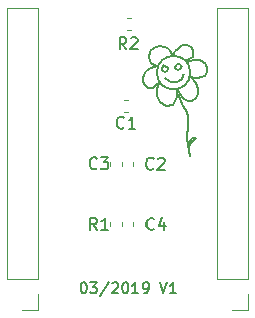
<source format=gto>
G04 #@! TF.GenerationSoftware,KiCad,Pcbnew,5.0.2-bee76a0~70~ubuntu16.04.1*
G04 #@! TF.CreationDate,2019-03-12T22:28:51+00:00*
G04 #@! TF.ProjectId,project,70726f6a-6563-4742-9e6b-696361645f70,rev?*
G04 #@! TF.SameCoordinates,Original*
G04 #@! TF.FileFunction,Legend,Top*
G04 #@! TF.FilePolarity,Positive*
%FSLAX46Y46*%
G04 Gerber Fmt 4.6, Leading zero omitted, Abs format (unit mm)*
G04 Created by KiCad (PCBNEW 5.0.2-bee76a0~70~ubuntu16.04.1) date Tue 12 Mar 2019 22:28:51 GMT*
%MOMM*%
%LPD*%
G01*
G04 APERTURE LIST*
%ADD10C,0.150000*%
%ADD11C,0.120000*%
G04 APERTURE END LIST*
D10*
X153185714Y-112507142D02*
X153271428Y-112507142D01*
X153357142Y-112550000D01*
X153400000Y-112592857D01*
X153442857Y-112678571D01*
X153485714Y-112850000D01*
X153485714Y-113064285D01*
X153442857Y-113235714D01*
X153400000Y-113321428D01*
X153357142Y-113364285D01*
X153271428Y-113407142D01*
X153185714Y-113407142D01*
X153100000Y-113364285D01*
X153057142Y-113321428D01*
X153014285Y-113235714D01*
X152971428Y-113064285D01*
X152971428Y-112850000D01*
X153014285Y-112678571D01*
X153057142Y-112592857D01*
X153100000Y-112550000D01*
X153185714Y-112507142D01*
X153785714Y-112507142D02*
X154342857Y-112507142D01*
X154042857Y-112850000D01*
X154171428Y-112850000D01*
X154257142Y-112892857D01*
X154300000Y-112935714D01*
X154342857Y-113021428D01*
X154342857Y-113235714D01*
X154300000Y-113321428D01*
X154257142Y-113364285D01*
X154171428Y-113407142D01*
X153914285Y-113407142D01*
X153828571Y-113364285D01*
X153785714Y-113321428D01*
X155371428Y-112464285D02*
X154600000Y-113621428D01*
X155628571Y-112592857D02*
X155671428Y-112550000D01*
X155757142Y-112507142D01*
X155971428Y-112507142D01*
X156057142Y-112550000D01*
X156100000Y-112592857D01*
X156142857Y-112678571D01*
X156142857Y-112764285D01*
X156100000Y-112892857D01*
X155585714Y-113407142D01*
X156142857Y-113407142D01*
X156700000Y-112507142D02*
X156785714Y-112507142D01*
X156871428Y-112550000D01*
X156914285Y-112592857D01*
X156957142Y-112678571D01*
X157000000Y-112850000D01*
X157000000Y-113064285D01*
X156957142Y-113235714D01*
X156914285Y-113321428D01*
X156871428Y-113364285D01*
X156785714Y-113407142D01*
X156700000Y-113407142D01*
X156614285Y-113364285D01*
X156571428Y-113321428D01*
X156528571Y-113235714D01*
X156485714Y-113064285D01*
X156485714Y-112850000D01*
X156528571Y-112678571D01*
X156571428Y-112592857D01*
X156614285Y-112550000D01*
X156700000Y-112507142D01*
X157857142Y-113407142D02*
X157342857Y-113407142D01*
X157600000Y-113407142D02*
X157600000Y-112507142D01*
X157514285Y-112635714D01*
X157428571Y-112721428D01*
X157342857Y-112764285D01*
X158285714Y-113407142D02*
X158457142Y-113407142D01*
X158542857Y-113364285D01*
X158585714Y-113321428D01*
X158671428Y-113192857D01*
X158714285Y-113021428D01*
X158714285Y-112678571D01*
X158671428Y-112592857D01*
X158628571Y-112550000D01*
X158542857Y-112507142D01*
X158371428Y-112507142D01*
X158285714Y-112550000D01*
X158242857Y-112592857D01*
X158200000Y-112678571D01*
X158200000Y-112892857D01*
X158242857Y-112978571D01*
X158285714Y-113021428D01*
X158371428Y-113064285D01*
X158542857Y-113064285D01*
X158628571Y-113021428D01*
X158671428Y-112978571D01*
X158714285Y-112892857D01*
X159657142Y-112507142D02*
X159957142Y-113407142D01*
X160257142Y-112507142D01*
X161028571Y-113407142D02*
X160514285Y-113407142D01*
X160771428Y-113407142D02*
X160771428Y-112507142D01*
X160685714Y-112635714D01*
X160600000Y-112721428D01*
X160514285Y-112764285D01*
D11*
G04 #@! TO.C,C1*
X156974671Y-97084239D02*
X156632137Y-97084239D01*
X156974671Y-98104239D02*
X156632137Y-98104239D01*
G04 #@! TO.C,C2*
X157408404Y-102645506D02*
X157408404Y-102302972D01*
X158428404Y-102645506D02*
X158428404Y-102302972D01*
G04 #@! TO.C,C3*
X156438404Y-102640506D02*
X156438404Y-102297972D01*
X155418404Y-102640506D02*
X155418404Y-102297972D01*
G04 #@! TO.C,C4*
X158438404Y-107422972D02*
X158438404Y-107765506D01*
X157418404Y-107422972D02*
X157418404Y-107765506D01*
G04 #@! TO.C,J2*
X149368404Y-89294239D02*
X146708404Y-89294239D01*
X149368404Y-112214239D02*
X149368404Y-89294239D01*
X146708404Y-112214239D02*
X146708404Y-89294239D01*
X149368404Y-112214239D02*
X146708404Y-112214239D01*
X149368404Y-113484239D02*
X149368404Y-114814239D01*
X149368404Y-114814239D02*
X148038404Y-114814239D01*
G04 #@! TO.C,J3*
X167148404Y-114814239D02*
X165818404Y-114814239D01*
X167148404Y-113484239D02*
X167148404Y-114814239D01*
X167148404Y-112214239D02*
X164488404Y-112214239D01*
X164488404Y-112214239D02*
X164488404Y-89294239D01*
X167148404Y-112214239D02*
X167148404Y-89294239D01*
X167148404Y-89294239D02*
X164488404Y-89294239D01*
G04 #@! TO.C,R1*
X156438404Y-107422972D02*
X156438404Y-107765506D01*
X155418404Y-107422972D02*
X155418404Y-107765506D01*
G04 #@! TO.C,R2*
X156882137Y-90084239D02*
X157224671Y-90084239D01*
X156882137Y-91104239D02*
X157224671Y-91104239D01*
D10*
G04 #@! TO.C,REF\002A\002A*
X162244214Y-94740000D02*
G75*
G03X162244214Y-94740000I-1414214J0D01*
G01*
X162120000Y-93610000D02*
X161890000Y-93720000D01*
X162310000Y-93530000D02*
X162120000Y-93610000D01*
X162460000Y-93380000D02*
X162310000Y-93530000D01*
X162500000Y-93190000D02*
X162460000Y-93380000D01*
X162460000Y-92840000D02*
X162500000Y-93190000D01*
X162310000Y-92540000D02*
X162460000Y-92840000D01*
X161930000Y-92390000D02*
X162310000Y-92540000D01*
X161550000Y-92430000D02*
X161930000Y-92390000D01*
X161200000Y-92730000D02*
X161550000Y-92430000D01*
X160970000Y-92920000D02*
X161200000Y-92730000D01*
X160820000Y-93300000D02*
X160970000Y-92920000D01*
X159490000Y-94140000D02*
X159490000Y-94180000D01*
X159410000Y-94140000D02*
X159490000Y-94140000D01*
X159180000Y-94100000D02*
X159410000Y-94140000D01*
X158920000Y-93950000D02*
X159180000Y-94100000D01*
X158730000Y-93530000D02*
X158920000Y-93950000D01*
X158840000Y-92920000D02*
X158730000Y-93530000D01*
X159140000Y-92620000D02*
X158840000Y-92920000D01*
X159560000Y-92460000D02*
X159140000Y-92620000D01*
X160140000Y-92540000D02*
X159560000Y-92460000D01*
X160480000Y-92730000D02*
X160140000Y-92540000D01*
X160820000Y-93340000D02*
X160480000Y-92730000D01*
X159530000Y-95590000D02*
X159600000Y-95590000D01*
X159260000Y-95890000D02*
X159530000Y-95590000D01*
X159070000Y-96010000D02*
X159260000Y-95890000D01*
X158690000Y-96010000D02*
X159070000Y-96010000D01*
X158340000Y-95700000D02*
X158690000Y-96010000D01*
X158270000Y-95470000D02*
X158340000Y-95700000D01*
X158270000Y-95210000D02*
X158270000Y-95470000D01*
X158340000Y-94940000D02*
X158270000Y-95210000D01*
X158500000Y-94640000D02*
X158340000Y-94940000D01*
X158920000Y-94370000D02*
X158500000Y-94640000D01*
X159450000Y-94140000D02*
X158920000Y-94370000D01*
X161160000Y-96430000D02*
X161160000Y-96160000D01*
X161090000Y-96770000D02*
X161160000Y-96430000D01*
X160970000Y-97110000D02*
X161090000Y-96770000D01*
X160750000Y-97460000D02*
X160970000Y-97110000D01*
X160170000Y-97570000D02*
X160750000Y-97460000D01*
X159680000Y-97260000D02*
X160170000Y-97570000D01*
X159410000Y-96730000D02*
X159680000Y-97260000D01*
X159450000Y-96160000D02*
X159410000Y-96730000D01*
X159600000Y-95590000D02*
X159450000Y-96160000D01*
X162310000Y-95090000D02*
X162150000Y-95020000D01*
X162540000Y-95170000D02*
X162310000Y-95090000D01*
X162880000Y-95210000D02*
X162540000Y-95170000D01*
X163180000Y-95130000D02*
X162880000Y-95210000D01*
X163530000Y-95020000D02*
X163180000Y-95130000D01*
X163680000Y-94710000D02*
X163530000Y-95020000D01*
X163680000Y-94410000D02*
X163680000Y-94710000D01*
X163600000Y-93990000D02*
X163680000Y-94410000D01*
X163070000Y-93650000D02*
X163600000Y-93990000D01*
X162570000Y-93680000D02*
X163070000Y-93650000D01*
X161930000Y-93870000D02*
X162570000Y-93680000D01*
X161320000Y-96390000D02*
X161160000Y-96160000D01*
X161550000Y-96770000D02*
X161320000Y-96390000D01*
X161740000Y-96960000D02*
X161550000Y-96770000D01*
X162040000Y-97110000D02*
X161740000Y-96960000D01*
X162380000Y-97110000D02*
X162040000Y-97110000D01*
X162730000Y-96850000D02*
X162380000Y-97110000D01*
X162920000Y-96580000D02*
X162730000Y-96850000D01*
X162920000Y-96120000D02*
X162920000Y-96580000D01*
X162690000Y-95590000D02*
X162920000Y-96120000D01*
X162270000Y-95090000D02*
X162690000Y-95590000D01*
X161740000Y-94830000D02*
X161660000Y-94900000D01*
X161620000Y-95050000D02*
X161740000Y-94830000D01*
X161510000Y-95250000D02*
X161620000Y-95050000D01*
X161280000Y-95440000D02*
X161510000Y-95250000D01*
X161130000Y-95510000D02*
X161280000Y-95440000D01*
X160970000Y-95510000D02*
X161130000Y-95510000D01*
X160820000Y-95510000D02*
X160970000Y-95510000D01*
X160630000Y-95510000D02*
X160820000Y-95510000D01*
X160480000Y-95440000D02*
X160630000Y-95510000D01*
X160140000Y-95170000D02*
X160480000Y-95440000D01*
X160280000Y-94240000D02*
X160020000Y-94180000D01*
X160390000Y-94320000D02*
X160280000Y-94240000D01*
X160370000Y-94420000D02*
X160390000Y-94320000D01*
X160250000Y-94570000D02*
X160370000Y-94420000D01*
X160100000Y-94670000D02*
X160250000Y-94570000D01*
X159950000Y-94590000D02*
X160100000Y-94670000D01*
X159850000Y-94500000D02*
X159950000Y-94590000D01*
X159870000Y-94350000D02*
X159850000Y-94500000D01*
X159990000Y-94130000D02*
X159870000Y-94350000D01*
X161410000Y-94040000D02*
X161230000Y-94000000D01*
X161500000Y-94150000D02*
X161410000Y-94040000D01*
X161530000Y-94270000D02*
X161500000Y-94150000D01*
X161410000Y-94440000D02*
X161530000Y-94270000D01*
X161230000Y-94480000D02*
X161410000Y-94440000D01*
X161070000Y-94420000D02*
X161230000Y-94480000D01*
X160970000Y-94320000D02*
X161070000Y-94420000D01*
X161060000Y-94130000D02*
X160970000Y-94320000D01*
X161210000Y-94010000D02*
X161060000Y-94130000D01*
X162260000Y-101790000D02*
X162210000Y-101790000D01*
X162150000Y-101350000D02*
X162260000Y-101790000D01*
X161930000Y-100400000D02*
X162150000Y-101350000D01*
X161930000Y-100010000D02*
X161930000Y-100400000D01*
X162090000Y-99450000D02*
X161930000Y-100010000D01*
X162090000Y-98940000D02*
X162090000Y-99450000D01*
X162090000Y-98500000D02*
X162090000Y-98940000D01*
X161930000Y-98050000D02*
X162090000Y-98500000D01*
X161650000Y-97600000D02*
X161930000Y-98050000D01*
X161200000Y-96540000D02*
X161650000Y-97600000D01*
X162290000Y-100430000D02*
X162090000Y-100670000D01*
X162410000Y-100300000D02*
X162290000Y-100430000D01*
X162730000Y-100260000D02*
X162410000Y-100300000D01*
X162550000Y-100430000D02*
X162730000Y-100260000D01*
X162380000Y-100620000D02*
X162550000Y-100430000D01*
X162260000Y-100810000D02*
X162380000Y-100620000D01*
X162120000Y-101080000D02*
X162260000Y-100810000D01*
G04 #@! TO.C,C1*
X156636737Y-99381381D02*
X156589118Y-99429000D01*
X156446261Y-99476619D01*
X156351023Y-99476619D01*
X156208165Y-99429000D01*
X156112927Y-99333762D01*
X156065308Y-99238524D01*
X156017689Y-99048048D01*
X156017689Y-98905191D01*
X156065308Y-98714715D01*
X156112927Y-98619477D01*
X156208165Y-98524239D01*
X156351023Y-98476619D01*
X156446261Y-98476619D01*
X156589118Y-98524239D01*
X156636737Y-98571858D01*
X157589118Y-99476619D02*
X157017689Y-99476619D01*
X157303404Y-99476619D02*
X157303404Y-98476619D01*
X157208165Y-98619477D01*
X157112927Y-98714715D01*
X157017689Y-98762334D01*
G04 #@! TO.C,C2*
X159133333Y-102857142D02*
X159085714Y-102904761D01*
X158942857Y-102952380D01*
X158847619Y-102952380D01*
X158704761Y-102904761D01*
X158609523Y-102809523D01*
X158561904Y-102714285D01*
X158514285Y-102523809D01*
X158514285Y-102380952D01*
X158561904Y-102190476D01*
X158609523Y-102095238D01*
X158704761Y-102000000D01*
X158847619Y-101952380D01*
X158942857Y-101952380D01*
X159085714Y-102000000D01*
X159133333Y-102047619D01*
X159514285Y-102047619D02*
X159561904Y-102000000D01*
X159657142Y-101952380D01*
X159895238Y-101952380D01*
X159990476Y-102000000D01*
X160038095Y-102047619D01*
X160085714Y-102142857D01*
X160085714Y-102238095D01*
X160038095Y-102380952D01*
X159466666Y-102952380D01*
X160085714Y-102952380D01*
G04 #@! TO.C,C3*
X154333333Y-102826381D02*
X154285714Y-102874000D01*
X154142857Y-102921619D01*
X154047619Y-102921619D01*
X153904761Y-102874000D01*
X153809523Y-102778762D01*
X153761904Y-102683524D01*
X153714285Y-102493048D01*
X153714285Y-102350191D01*
X153761904Y-102159715D01*
X153809523Y-102064477D01*
X153904761Y-101969239D01*
X154047619Y-101921619D01*
X154142857Y-101921619D01*
X154285714Y-101969239D01*
X154333333Y-102016858D01*
X154666666Y-101921619D02*
X155285714Y-101921619D01*
X154952380Y-102302572D01*
X155095238Y-102302572D01*
X155190476Y-102350191D01*
X155238095Y-102397810D01*
X155285714Y-102493048D01*
X155285714Y-102731143D01*
X155238095Y-102826381D01*
X155190476Y-102874000D01*
X155095238Y-102921619D01*
X154809523Y-102921619D01*
X154714285Y-102874000D01*
X154666666Y-102826381D01*
G04 #@! TO.C,C4*
X159191737Y-107951381D02*
X159144118Y-107999000D01*
X159001261Y-108046619D01*
X158906023Y-108046619D01*
X158763165Y-107999000D01*
X158667927Y-107903762D01*
X158620308Y-107808524D01*
X158572689Y-107618048D01*
X158572689Y-107475191D01*
X158620308Y-107284715D01*
X158667927Y-107189477D01*
X158763165Y-107094239D01*
X158906023Y-107046619D01*
X159001261Y-107046619D01*
X159144118Y-107094239D01*
X159191737Y-107141858D01*
X160048880Y-107379953D02*
X160048880Y-108046619D01*
X159810784Y-106999000D02*
X159572689Y-107713286D01*
X160191737Y-107713286D01*
G04 #@! TO.C,R1*
X154333333Y-108046619D02*
X154000000Y-107570429D01*
X153761904Y-108046619D02*
X153761904Y-107046619D01*
X154142857Y-107046619D01*
X154238095Y-107094239D01*
X154285714Y-107141858D01*
X154333333Y-107237096D01*
X154333333Y-107379953D01*
X154285714Y-107475191D01*
X154238095Y-107522810D01*
X154142857Y-107570429D01*
X153761904Y-107570429D01*
X155285714Y-108046619D02*
X154714285Y-108046619D01*
X155000000Y-108046619D02*
X155000000Y-107046619D01*
X154904761Y-107189477D01*
X154809523Y-107284715D01*
X154714285Y-107332334D01*
G04 #@! TO.C,R2*
X156833333Y-92752380D02*
X156500000Y-92276190D01*
X156261904Y-92752380D02*
X156261904Y-91752380D01*
X156642857Y-91752380D01*
X156738095Y-91800000D01*
X156785714Y-91847619D01*
X156833333Y-91942857D01*
X156833333Y-92085714D01*
X156785714Y-92180952D01*
X156738095Y-92228571D01*
X156642857Y-92276190D01*
X156261904Y-92276190D01*
X157214285Y-91847619D02*
X157261904Y-91800000D01*
X157357142Y-91752380D01*
X157595238Y-91752380D01*
X157690476Y-91800000D01*
X157738095Y-91847619D01*
X157785714Y-91942857D01*
X157785714Y-92038095D01*
X157738095Y-92180952D01*
X157166666Y-92752380D01*
X157785714Y-92752380D01*
G04 #@! TD*
M02*

</source>
